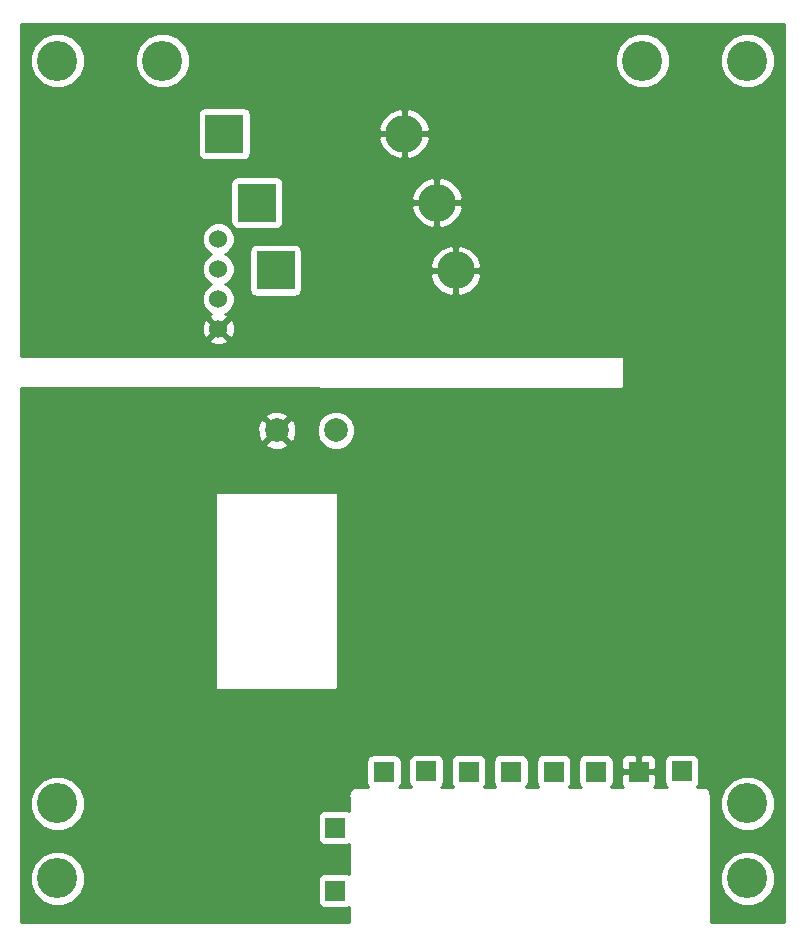
<source format=gbr>
G04 #@! TF.GenerationSoftware,KiCad,Pcbnew,5.0.2+dfsg1-1~bpo9+1*
G04 #@! TF.CreationDate,2019-02-15T21:28:05-06:00*
G04 #@! TF.ProjectId,CommunicationBoard,436f6d6d-756e-4696-9361-74696f6e426f,rev?*
G04 #@! TF.SameCoordinates,Original*
G04 #@! TF.FileFunction,Copper,L2,Bot*
G04 #@! TF.FilePolarity,Positive*
%FSLAX46Y46*%
G04 Gerber Fmt 4.6, Leading zero omitted, Abs format (unit mm)*
G04 Created by KiCad (PCBNEW 5.0.2+dfsg1-1~bpo9+1) date vie 15 feb 2019 21:28:05 CST*
%MOMM*%
%LPD*%
G01*
G04 APERTURE LIST*
G04 #@! TA.AperFunction,ComponentPad*
%ADD10C,1.524000*%
G04 #@! TD*
G04 #@! TA.AperFunction,ComponentPad*
%ADD11R,1.700000X1.700000*%
G04 #@! TD*
G04 #@! TA.AperFunction,ComponentPad*
%ADD12C,2.000000*%
G04 #@! TD*
G04 #@! TA.AperFunction,ComponentPad*
%ADD13R,3.200000X3.200000*%
G04 #@! TD*
G04 #@! TA.AperFunction,ComponentPad*
%ADD14O,3.200000X3.200000*%
G04 #@! TD*
G04 #@! TA.AperFunction,ViaPad*
%ADD15C,3.400000*%
G04 #@! TD*
G04 #@! TA.AperFunction,ViaPad*
%ADD16C,1.270000*%
G04 #@! TD*
G04 #@! TA.AperFunction,Conductor*
%ADD17C,0.254000*%
G04 #@! TD*
G04 APERTURE END LIST*
D10*
G04 #@! TO.P,U1,4*
G04 #@! TO.N,Net-(D1-Pad1)*
X107607100Y-88747600D03*
G04 #@! TO.P,U1,3*
G04 #@! TO.N,Net-(D2-Pad1)*
X107607100Y-91287600D03*
G04 #@! TO.P,U1,2*
G04 #@! TO.N,+3V3*
X107607100Y-93827600D03*
G04 #@! TO.P,U1,1*
G04 #@! TO.N,GND*
X107607100Y-96367600D03*
G04 #@! TD*
D11*
G04 #@! TO.P,J6,1*
G04 #@! TO.N,Net-(IC1-Pad6)*
X125209300Y-133832600D03*
G04 #@! TD*
G04 #@! TO.P,J1,1*
G04 #@! TO.N,+3V3*
X146850100Y-133819900D03*
G04 #@! TD*
G04 #@! TO.P,J2,1*
G04 #@! TO.N,GND*
X143192500Y-133845300D03*
G04 #@! TD*
G04 #@! TO.P,J3,1*
G04 #@! TO.N,Net-(D1-Pad1)*
X117513100Y-138595100D03*
G04 #@! TD*
G04 #@! TO.P,J4,1*
G04 #@! TO.N,Net-(D2-Pad1)*
X117513100Y-143929100D03*
G04 #@! TD*
G04 #@! TO.P,J5,1*
G04 #@! TO.N,Net-(IC1-Pad5)*
X121627900Y-133858000D03*
G04 #@! TD*
G04 #@! TO.P,J7,1*
G04 #@! TO.N,Net-(IC1-Pad7)*
X128803400Y-133845300D03*
G04 #@! TD*
G04 #@! TO.P,J8,1*
G04 #@! TO.N,Net-(IC1-Pad8)*
X132384800Y-133845300D03*
G04 #@! TD*
G04 #@! TO.P,J9,1*
G04 #@! TO.N,Net-(IC1-Pad18)*
X139585700Y-133845300D03*
G04 #@! TD*
G04 #@! TO.P,J10,1*
G04 #@! TO.N,Net-(IC1-Pad14)*
X136004300Y-133845300D03*
G04 #@! TD*
D12*
G04 #@! TO.P,C1,1*
G04 #@! TO.N,+3V3*
X117563900Y-104965500D03*
G04 #@! TO.P,C1,2*
G04 #@! TO.N,GND*
X112563900Y-104965500D03*
G04 #@! TD*
D13*
G04 #@! TO.P,D1,1*
G04 #@! TO.N,Net-(D1-Pad1)*
X108115100Y-79832200D03*
D14*
G04 #@! TO.P,D1,2*
G04 #@! TO.N,GND*
X123355100Y-79832200D03*
G04 #@! TD*
G04 #@! TO.P,D2,2*
G04 #@! TO.N,GND*
X126123700Y-85674200D03*
D13*
G04 #@! TO.P,D2,1*
G04 #@! TO.N,Net-(D2-Pad1)*
X110883700Y-85674200D03*
G04 #@! TD*
G04 #@! TO.P,D3,1*
G04 #@! TO.N,+3V3*
X112458500Y-91414600D03*
D14*
G04 #@! TO.P,D3,2*
G04 #@! TO.N,GND*
X127698500Y-91414600D03*
G04 #@! TD*
D15*
G04 #@! TO.N,*
X152400000Y-136525000D03*
X152400000Y-142875000D03*
X152400000Y-73660000D03*
X143510000Y-73660000D03*
X102870000Y-73660000D03*
X93980000Y-73660000D03*
X93980000Y-136525000D03*
X93980000Y-142875000D03*
D16*
G04 #@! TO.N,GND*
X118300500Y-108572300D03*
G04 #@! TD*
D17*
G04 #@! TO.N,GND*
G36*
X155500001Y-146585000D02*
X149325000Y-146585000D01*
X149325000Y-142410540D01*
X150065000Y-142410540D01*
X150065000Y-143339460D01*
X150420483Y-144197671D01*
X151077329Y-144854517D01*
X151935540Y-145210000D01*
X152864460Y-145210000D01*
X153722671Y-144854517D01*
X154379517Y-144197671D01*
X154735000Y-143339460D01*
X154735000Y-142410540D01*
X154379517Y-141552329D01*
X153722671Y-140895483D01*
X152864460Y-140540000D01*
X151935540Y-140540000D01*
X151077329Y-140895483D01*
X150420483Y-141552329D01*
X150065000Y-142410540D01*
X149325000Y-142410540D01*
X149325000Y-136060540D01*
X150065000Y-136060540D01*
X150065000Y-136989460D01*
X150420483Y-137847671D01*
X151077329Y-138504517D01*
X151935540Y-138860000D01*
X152864460Y-138860000D01*
X153722671Y-138504517D01*
X154379517Y-137847671D01*
X154735000Y-136989460D01*
X154735000Y-136060540D01*
X154379517Y-135202329D01*
X153722671Y-134545483D01*
X152864460Y-134190000D01*
X151935540Y-134190000D01*
X151077329Y-134545483D01*
X150420483Y-135202329D01*
X150065000Y-136060540D01*
X149325000Y-136060540D01*
X149325000Y-135962388D01*
X149339399Y-135890000D01*
X149282354Y-135603217D01*
X149119905Y-135360095D01*
X148876783Y-135197646D01*
X148662388Y-135155000D01*
X148590000Y-135140601D01*
X148517612Y-135155000D01*
X148117065Y-135155000D01*
X148157909Y-135127709D01*
X148298257Y-134917665D01*
X148347540Y-134669900D01*
X148347540Y-132969900D01*
X148298257Y-132722135D01*
X148157909Y-132512091D01*
X147947865Y-132371743D01*
X147700100Y-132322460D01*
X146000100Y-132322460D01*
X145752335Y-132371743D01*
X145542291Y-132512091D01*
X145401943Y-132722135D01*
X145352660Y-132969900D01*
X145352660Y-134669900D01*
X145401943Y-134917665D01*
X145542291Y-135127709D01*
X145583135Y-135155000D01*
X144480825Y-135155000D01*
X144580827Y-135054999D01*
X144677500Y-134821610D01*
X144677500Y-134131050D01*
X144518750Y-133972300D01*
X143319500Y-133972300D01*
X143319500Y-133992300D01*
X143065500Y-133992300D01*
X143065500Y-133972300D01*
X141866250Y-133972300D01*
X141707500Y-134131050D01*
X141707500Y-134821610D01*
X141804173Y-135054999D01*
X141904175Y-135155000D01*
X140890679Y-135155000D01*
X140893509Y-135153109D01*
X141033857Y-134943065D01*
X141083140Y-134695300D01*
X141083140Y-132995300D01*
X141058016Y-132868990D01*
X141707500Y-132868990D01*
X141707500Y-133559550D01*
X141866250Y-133718300D01*
X143065500Y-133718300D01*
X143065500Y-132519050D01*
X143319500Y-132519050D01*
X143319500Y-133718300D01*
X144518750Y-133718300D01*
X144677500Y-133559550D01*
X144677500Y-132868990D01*
X144580827Y-132635601D01*
X144402198Y-132456973D01*
X144168809Y-132360300D01*
X143478250Y-132360300D01*
X143319500Y-132519050D01*
X143065500Y-132519050D01*
X142906750Y-132360300D01*
X142216191Y-132360300D01*
X141982802Y-132456973D01*
X141804173Y-132635601D01*
X141707500Y-132868990D01*
X141058016Y-132868990D01*
X141033857Y-132747535D01*
X140893509Y-132537491D01*
X140683465Y-132397143D01*
X140435700Y-132347860D01*
X138735700Y-132347860D01*
X138487935Y-132397143D01*
X138277891Y-132537491D01*
X138137543Y-132747535D01*
X138088260Y-132995300D01*
X138088260Y-134695300D01*
X138137543Y-134943065D01*
X138277891Y-135153109D01*
X138280721Y-135155000D01*
X137309279Y-135155000D01*
X137312109Y-135153109D01*
X137452457Y-134943065D01*
X137501740Y-134695300D01*
X137501740Y-132995300D01*
X137452457Y-132747535D01*
X137312109Y-132537491D01*
X137102065Y-132397143D01*
X136854300Y-132347860D01*
X135154300Y-132347860D01*
X134906535Y-132397143D01*
X134696491Y-132537491D01*
X134556143Y-132747535D01*
X134506860Y-132995300D01*
X134506860Y-134695300D01*
X134556143Y-134943065D01*
X134696491Y-135153109D01*
X134699321Y-135155000D01*
X133689779Y-135155000D01*
X133692609Y-135153109D01*
X133832957Y-134943065D01*
X133882240Y-134695300D01*
X133882240Y-132995300D01*
X133832957Y-132747535D01*
X133692609Y-132537491D01*
X133482565Y-132397143D01*
X133234800Y-132347860D01*
X131534800Y-132347860D01*
X131287035Y-132397143D01*
X131076991Y-132537491D01*
X130936643Y-132747535D01*
X130887360Y-132995300D01*
X130887360Y-134695300D01*
X130936643Y-134943065D01*
X131076991Y-135153109D01*
X131079821Y-135155000D01*
X130108379Y-135155000D01*
X130111209Y-135153109D01*
X130251557Y-134943065D01*
X130300840Y-134695300D01*
X130300840Y-132995300D01*
X130251557Y-132747535D01*
X130111209Y-132537491D01*
X129901165Y-132397143D01*
X129653400Y-132347860D01*
X127953400Y-132347860D01*
X127705635Y-132397143D01*
X127495591Y-132537491D01*
X127355243Y-132747535D01*
X127305960Y-132995300D01*
X127305960Y-134695300D01*
X127355243Y-134943065D01*
X127495591Y-135153109D01*
X127498421Y-135155000D01*
X126495272Y-135155000D01*
X126517109Y-135140409D01*
X126657457Y-134930365D01*
X126706740Y-134682600D01*
X126706740Y-132982600D01*
X126657457Y-132734835D01*
X126517109Y-132524791D01*
X126307065Y-132384443D01*
X126059300Y-132335160D01*
X124359300Y-132335160D01*
X124111535Y-132384443D01*
X123901491Y-132524791D01*
X123761143Y-132734835D01*
X123711860Y-132982600D01*
X123711860Y-134682600D01*
X123761143Y-134930365D01*
X123901491Y-135140409D01*
X123923328Y-135155000D01*
X122942931Y-135155000D01*
X123076057Y-134955765D01*
X123125340Y-134708000D01*
X123125340Y-133008000D01*
X123076057Y-132760235D01*
X122935709Y-132550191D01*
X122725665Y-132409843D01*
X122477900Y-132360560D01*
X120777900Y-132360560D01*
X120530135Y-132409843D01*
X120320091Y-132550191D01*
X120179743Y-132760235D01*
X120130460Y-133008000D01*
X120130460Y-134708000D01*
X120179743Y-134955765D01*
X120312869Y-135155000D01*
X119452388Y-135155000D01*
X119380000Y-135140601D01*
X119307612Y-135155000D01*
X119093217Y-135197646D01*
X118850095Y-135360095D01*
X118687646Y-135603217D01*
X118630601Y-135890000D01*
X118645000Y-135962388D01*
X118645000Y-137169752D01*
X118610865Y-137146943D01*
X118363100Y-137097660D01*
X116663100Y-137097660D01*
X116415335Y-137146943D01*
X116205291Y-137287291D01*
X116064943Y-137497335D01*
X116015660Y-137745100D01*
X116015660Y-139445100D01*
X116064943Y-139692865D01*
X116205291Y-139902909D01*
X116415335Y-140043257D01*
X116663100Y-140092540D01*
X118363100Y-140092540D01*
X118610865Y-140043257D01*
X118645000Y-140020448D01*
X118645001Y-142503752D01*
X118610865Y-142480943D01*
X118363100Y-142431660D01*
X116663100Y-142431660D01*
X116415335Y-142480943D01*
X116205291Y-142621291D01*
X116064943Y-142831335D01*
X116015660Y-143079100D01*
X116015660Y-144779100D01*
X116064943Y-145026865D01*
X116205291Y-145236909D01*
X116415335Y-145377257D01*
X116663100Y-145426540D01*
X118363100Y-145426540D01*
X118610865Y-145377257D01*
X118645001Y-145354448D01*
X118645001Y-146585000D01*
X90880000Y-146585000D01*
X90880000Y-142410540D01*
X91645000Y-142410540D01*
X91645000Y-143339460D01*
X92000483Y-144197671D01*
X92657329Y-144854517D01*
X93515540Y-145210000D01*
X94444460Y-145210000D01*
X95302671Y-144854517D01*
X95959517Y-144197671D01*
X96315000Y-143339460D01*
X96315000Y-142410540D01*
X95959517Y-141552329D01*
X95302671Y-140895483D01*
X94444460Y-140540000D01*
X93515540Y-140540000D01*
X92657329Y-140895483D01*
X92000483Y-141552329D01*
X91645000Y-142410540D01*
X90880000Y-142410540D01*
X90880000Y-136060540D01*
X91645000Y-136060540D01*
X91645000Y-136989460D01*
X92000483Y-137847671D01*
X92657329Y-138504517D01*
X93515540Y-138860000D01*
X94444460Y-138860000D01*
X95302671Y-138504517D01*
X95959517Y-137847671D01*
X96315000Y-136989460D01*
X96315000Y-136060540D01*
X95959517Y-135202329D01*
X95302671Y-134545483D01*
X94444460Y-134190000D01*
X93515540Y-134190000D01*
X92657329Y-134545483D01*
X92000483Y-135202329D01*
X91645000Y-136060540D01*
X90880000Y-136060540D01*
X90880000Y-110266878D01*
X107327700Y-110266878D01*
X107327700Y-126776878D01*
X107337367Y-126825479D01*
X107364897Y-126866681D01*
X107406099Y-126894211D01*
X107454700Y-126903878D01*
X117614700Y-126903878D01*
X117663301Y-126894211D01*
X117704503Y-126866681D01*
X117732033Y-126825479D01*
X117741700Y-126776878D01*
X117741700Y-110266878D01*
X117732033Y-110218277D01*
X117704503Y-110177075D01*
X117663301Y-110149545D01*
X117614700Y-110139878D01*
X107454700Y-110139878D01*
X107406099Y-110149545D01*
X107364897Y-110177075D01*
X107337367Y-110218277D01*
X107327700Y-110266878D01*
X90880000Y-110266878D01*
X90880000Y-106118032D01*
X111590973Y-106118032D01*
X111689636Y-106384887D01*
X112299361Y-106611408D01*
X112949360Y-106587356D01*
X113438164Y-106384887D01*
X113536827Y-106118032D01*
X112563900Y-105145105D01*
X111590973Y-106118032D01*
X90880000Y-106118032D01*
X90880000Y-104700961D01*
X110917992Y-104700961D01*
X110942044Y-105350960D01*
X111144513Y-105839764D01*
X111411368Y-105938427D01*
X112384295Y-104965500D01*
X112743505Y-104965500D01*
X113716432Y-105938427D01*
X113983287Y-105839764D01*
X114209808Y-105230039D01*
X114187985Y-104640278D01*
X115928900Y-104640278D01*
X115928900Y-105290722D01*
X116177814Y-105891653D01*
X116637747Y-106351586D01*
X117238678Y-106600500D01*
X117889122Y-106600500D01*
X118490053Y-106351586D01*
X118949986Y-105891653D01*
X119198900Y-105290722D01*
X119198900Y-104640278D01*
X118949986Y-104039347D01*
X118490053Y-103579414D01*
X117889122Y-103330500D01*
X117238678Y-103330500D01*
X116637747Y-103579414D01*
X116177814Y-104039347D01*
X115928900Y-104640278D01*
X114187985Y-104640278D01*
X114185756Y-104580040D01*
X113983287Y-104091236D01*
X113716432Y-103992573D01*
X112743505Y-104965500D01*
X112384295Y-104965500D01*
X111411368Y-103992573D01*
X111144513Y-104091236D01*
X110917992Y-104700961D01*
X90880000Y-104700961D01*
X90880000Y-103812968D01*
X111590973Y-103812968D01*
X112563900Y-104785895D01*
X113536827Y-103812968D01*
X113438164Y-103546113D01*
X112828439Y-103319592D01*
X112178440Y-103343644D01*
X111689636Y-103546113D01*
X111590973Y-103812968D01*
X90880000Y-103812968D01*
X90880000Y-101334501D01*
X141807981Y-101422200D01*
X141856208Y-101412777D01*
X141897548Y-101385455D01*
X141925286Y-101344393D01*
X141935198Y-101295841D01*
X141947898Y-98781241D01*
X141938221Y-98731970D01*
X141910680Y-98690775D01*
X141869472Y-98663255D01*
X141820869Y-98653600D01*
X90880000Y-98666132D01*
X90880000Y-97347813D01*
X106806492Y-97347813D01*
X106875957Y-97589997D01*
X107399402Y-97776744D01*
X107954468Y-97748962D01*
X108338243Y-97589997D01*
X108407708Y-97347813D01*
X107607100Y-96547205D01*
X106806492Y-97347813D01*
X90880000Y-97347813D01*
X90880000Y-96159902D01*
X106197956Y-96159902D01*
X106225738Y-96714968D01*
X106384703Y-97098743D01*
X106626887Y-97168208D01*
X107427495Y-96367600D01*
X107786705Y-96367600D01*
X108587313Y-97168208D01*
X108829497Y-97098743D01*
X109016244Y-96575298D01*
X108988462Y-96020232D01*
X108829497Y-95636457D01*
X108587313Y-95566992D01*
X107786705Y-96367600D01*
X107427495Y-96367600D01*
X106626887Y-95566992D01*
X106384703Y-95636457D01*
X106197956Y-96159902D01*
X90880000Y-96159902D01*
X90880000Y-88469719D01*
X106210100Y-88469719D01*
X106210100Y-89025481D01*
X106422780Y-89538937D01*
X106815763Y-89931920D01*
X107022613Y-90017600D01*
X106815763Y-90103280D01*
X106422780Y-90496263D01*
X106210100Y-91009719D01*
X106210100Y-91565481D01*
X106422780Y-92078937D01*
X106815763Y-92471920D01*
X107022613Y-92557600D01*
X106815763Y-92643280D01*
X106422780Y-93036263D01*
X106210100Y-93549719D01*
X106210100Y-94105481D01*
X106422780Y-94618937D01*
X106815763Y-95011920D01*
X107006747Y-95091028D01*
X106875957Y-95145203D01*
X106806492Y-95387387D01*
X107607100Y-96187995D01*
X108407708Y-95387387D01*
X108338243Y-95145203D01*
X108197707Y-95095065D01*
X108398437Y-95011920D01*
X108791420Y-94618937D01*
X109004100Y-94105481D01*
X109004100Y-93549719D01*
X108791420Y-93036263D01*
X108398437Y-92643280D01*
X108191587Y-92557600D01*
X108398437Y-92471920D01*
X108791420Y-92078937D01*
X109004100Y-91565481D01*
X109004100Y-91009719D01*
X108791420Y-90496263D01*
X108398437Y-90103280D01*
X108191587Y-90017600D01*
X108398437Y-89931920D01*
X108515757Y-89814600D01*
X110211060Y-89814600D01*
X110211060Y-93014600D01*
X110260343Y-93262365D01*
X110400691Y-93472409D01*
X110610735Y-93612757D01*
X110858500Y-93662040D01*
X114058500Y-93662040D01*
X114306265Y-93612757D01*
X114516309Y-93472409D01*
X114656657Y-93262365D01*
X114705940Y-93014600D01*
X114705940Y-91889103D01*
X125514450Y-91889103D01*
X125818614Y-92623436D01*
X126424313Y-93250820D01*
X127223996Y-93598656D01*
X127571500Y-93487245D01*
X127571500Y-91541600D01*
X127825500Y-91541600D01*
X127825500Y-93487245D01*
X128173004Y-93598656D01*
X128972687Y-93250820D01*
X129578386Y-92623436D01*
X129882550Y-91889103D01*
X129770862Y-91541600D01*
X127825500Y-91541600D01*
X127571500Y-91541600D01*
X125626138Y-91541600D01*
X125514450Y-91889103D01*
X114705940Y-91889103D01*
X114705940Y-90940097D01*
X125514450Y-90940097D01*
X125626138Y-91287600D01*
X127571500Y-91287600D01*
X127571500Y-89341955D01*
X127825500Y-89341955D01*
X127825500Y-91287600D01*
X129770862Y-91287600D01*
X129882550Y-90940097D01*
X129578386Y-90205764D01*
X128972687Y-89578380D01*
X128173004Y-89230544D01*
X127825500Y-89341955D01*
X127571500Y-89341955D01*
X127223996Y-89230544D01*
X126424313Y-89578380D01*
X125818614Y-90205764D01*
X125514450Y-90940097D01*
X114705940Y-90940097D01*
X114705940Y-89814600D01*
X114656657Y-89566835D01*
X114516309Y-89356791D01*
X114306265Y-89216443D01*
X114058500Y-89167160D01*
X110858500Y-89167160D01*
X110610735Y-89216443D01*
X110400691Y-89356791D01*
X110260343Y-89566835D01*
X110211060Y-89814600D01*
X108515757Y-89814600D01*
X108791420Y-89538937D01*
X109004100Y-89025481D01*
X109004100Y-88469719D01*
X108791420Y-87956263D01*
X108398437Y-87563280D01*
X107884981Y-87350600D01*
X107329219Y-87350600D01*
X106815763Y-87563280D01*
X106422780Y-87956263D01*
X106210100Y-88469719D01*
X90880000Y-88469719D01*
X90880000Y-84074200D01*
X108636260Y-84074200D01*
X108636260Y-87274200D01*
X108685543Y-87521965D01*
X108825891Y-87732009D01*
X109035935Y-87872357D01*
X109283700Y-87921640D01*
X112483700Y-87921640D01*
X112731465Y-87872357D01*
X112941509Y-87732009D01*
X113081857Y-87521965D01*
X113131140Y-87274200D01*
X113131140Y-86148703D01*
X123939650Y-86148703D01*
X124243814Y-86883036D01*
X124849513Y-87510420D01*
X125649196Y-87858256D01*
X125996700Y-87746845D01*
X125996700Y-85801200D01*
X126250700Y-85801200D01*
X126250700Y-87746845D01*
X126598204Y-87858256D01*
X127397887Y-87510420D01*
X128003586Y-86883036D01*
X128307750Y-86148703D01*
X128196062Y-85801200D01*
X126250700Y-85801200D01*
X125996700Y-85801200D01*
X124051338Y-85801200D01*
X123939650Y-86148703D01*
X113131140Y-86148703D01*
X113131140Y-85199697D01*
X123939650Y-85199697D01*
X124051338Y-85547200D01*
X125996700Y-85547200D01*
X125996700Y-83601555D01*
X126250700Y-83601555D01*
X126250700Y-85547200D01*
X128196062Y-85547200D01*
X128307750Y-85199697D01*
X128003586Y-84465364D01*
X127397887Y-83837980D01*
X126598204Y-83490144D01*
X126250700Y-83601555D01*
X125996700Y-83601555D01*
X125649196Y-83490144D01*
X124849513Y-83837980D01*
X124243814Y-84465364D01*
X123939650Y-85199697D01*
X113131140Y-85199697D01*
X113131140Y-84074200D01*
X113081857Y-83826435D01*
X112941509Y-83616391D01*
X112731465Y-83476043D01*
X112483700Y-83426760D01*
X109283700Y-83426760D01*
X109035935Y-83476043D01*
X108825891Y-83616391D01*
X108685543Y-83826435D01*
X108636260Y-84074200D01*
X90880000Y-84074200D01*
X90880000Y-78232200D01*
X105867660Y-78232200D01*
X105867660Y-81432200D01*
X105916943Y-81679965D01*
X106057291Y-81890009D01*
X106267335Y-82030357D01*
X106515100Y-82079640D01*
X109715100Y-82079640D01*
X109962865Y-82030357D01*
X110172909Y-81890009D01*
X110313257Y-81679965D01*
X110362540Y-81432200D01*
X110362540Y-80306703D01*
X121171050Y-80306703D01*
X121475214Y-81041036D01*
X122080913Y-81668420D01*
X122880596Y-82016256D01*
X123228100Y-81904845D01*
X123228100Y-79959200D01*
X123482100Y-79959200D01*
X123482100Y-81904845D01*
X123829604Y-82016256D01*
X124629287Y-81668420D01*
X125234986Y-81041036D01*
X125539150Y-80306703D01*
X125427462Y-79959200D01*
X123482100Y-79959200D01*
X123228100Y-79959200D01*
X121282738Y-79959200D01*
X121171050Y-80306703D01*
X110362540Y-80306703D01*
X110362540Y-79357697D01*
X121171050Y-79357697D01*
X121282738Y-79705200D01*
X123228100Y-79705200D01*
X123228100Y-77759555D01*
X123482100Y-77759555D01*
X123482100Y-79705200D01*
X125427462Y-79705200D01*
X125539150Y-79357697D01*
X125234986Y-78623364D01*
X124629287Y-77995980D01*
X123829604Y-77648144D01*
X123482100Y-77759555D01*
X123228100Y-77759555D01*
X122880596Y-77648144D01*
X122080913Y-77995980D01*
X121475214Y-78623364D01*
X121171050Y-79357697D01*
X110362540Y-79357697D01*
X110362540Y-78232200D01*
X110313257Y-77984435D01*
X110172909Y-77774391D01*
X109962865Y-77634043D01*
X109715100Y-77584760D01*
X106515100Y-77584760D01*
X106267335Y-77634043D01*
X106057291Y-77774391D01*
X105916943Y-77984435D01*
X105867660Y-78232200D01*
X90880000Y-78232200D01*
X90880000Y-73195540D01*
X91645000Y-73195540D01*
X91645000Y-74124460D01*
X92000483Y-74982671D01*
X92657329Y-75639517D01*
X93515540Y-75995000D01*
X94444460Y-75995000D01*
X95302671Y-75639517D01*
X95959517Y-74982671D01*
X96315000Y-74124460D01*
X96315000Y-73195540D01*
X100535000Y-73195540D01*
X100535000Y-74124460D01*
X100890483Y-74982671D01*
X101547329Y-75639517D01*
X102405540Y-75995000D01*
X103334460Y-75995000D01*
X104192671Y-75639517D01*
X104849517Y-74982671D01*
X105205000Y-74124460D01*
X105205000Y-73195540D01*
X141175000Y-73195540D01*
X141175000Y-74124460D01*
X141530483Y-74982671D01*
X142187329Y-75639517D01*
X143045540Y-75995000D01*
X143974460Y-75995000D01*
X144832671Y-75639517D01*
X145489517Y-74982671D01*
X145845000Y-74124460D01*
X145845000Y-73195540D01*
X150065000Y-73195540D01*
X150065000Y-74124460D01*
X150420483Y-74982671D01*
X151077329Y-75639517D01*
X151935540Y-75995000D01*
X152864460Y-75995000D01*
X153722671Y-75639517D01*
X154379517Y-74982671D01*
X154735000Y-74124460D01*
X154735000Y-73195540D01*
X154379517Y-72337329D01*
X153722671Y-71680483D01*
X152864460Y-71325000D01*
X151935540Y-71325000D01*
X151077329Y-71680483D01*
X150420483Y-72337329D01*
X150065000Y-73195540D01*
X145845000Y-73195540D01*
X145489517Y-72337329D01*
X144832671Y-71680483D01*
X143974460Y-71325000D01*
X143045540Y-71325000D01*
X142187329Y-71680483D01*
X141530483Y-72337329D01*
X141175000Y-73195540D01*
X105205000Y-73195540D01*
X104849517Y-72337329D01*
X104192671Y-71680483D01*
X103334460Y-71325000D01*
X102405540Y-71325000D01*
X101547329Y-71680483D01*
X100890483Y-72337329D01*
X100535000Y-73195540D01*
X96315000Y-73195540D01*
X95959517Y-72337329D01*
X95302671Y-71680483D01*
X94444460Y-71325000D01*
X93515540Y-71325000D01*
X92657329Y-71680483D01*
X92000483Y-72337329D01*
X91645000Y-73195540D01*
X90880000Y-73195540D01*
X90880000Y-70560000D01*
X155500000Y-70560000D01*
X155500001Y-146585000D01*
X155500001Y-146585000D01*
G37*
X155500001Y-146585000D02*
X149325000Y-146585000D01*
X149325000Y-142410540D01*
X150065000Y-142410540D01*
X150065000Y-143339460D01*
X150420483Y-144197671D01*
X151077329Y-144854517D01*
X151935540Y-145210000D01*
X152864460Y-145210000D01*
X153722671Y-144854517D01*
X154379517Y-144197671D01*
X154735000Y-143339460D01*
X154735000Y-142410540D01*
X154379517Y-141552329D01*
X153722671Y-140895483D01*
X152864460Y-140540000D01*
X151935540Y-140540000D01*
X151077329Y-140895483D01*
X150420483Y-141552329D01*
X150065000Y-142410540D01*
X149325000Y-142410540D01*
X149325000Y-136060540D01*
X150065000Y-136060540D01*
X150065000Y-136989460D01*
X150420483Y-137847671D01*
X151077329Y-138504517D01*
X151935540Y-138860000D01*
X152864460Y-138860000D01*
X153722671Y-138504517D01*
X154379517Y-137847671D01*
X154735000Y-136989460D01*
X154735000Y-136060540D01*
X154379517Y-135202329D01*
X153722671Y-134545483D01*
X152864460Y-134190000D01*
X151935540Y-134190000D01*
X151077329Y-134545483D01*
X150420483Y-135202329D01*
X150065000Y-136060540D01*
X149325000Y-136060540D01*
X149325000Y-135962388D01*
X149339399Y-135890000D01*
X149282354Y-135603217D01*
X149119905Y-135360095D01*
X148876783Y-135197646D01*
X148662388Y-135155000D01*
X148590000Y-135140601D01*
X148517612Y-135155000D01*
X148117065Y-135155000D01*
X148157909Y-135127709D01*
X148298257Y-134917665D01*
X148347540Y-134669900D01*
X148347540Y-132969900D01*
X148298257Y-132722135D01*
X148157909Y-132512091D01*
X147947865Y-132371743D01*
X147700100Y-132322460D01*
X146000100Y-132322460D01*
X145752335Y-132371743D01*
X145542291Y-132512091D01*
X145401943Y-132722135D01*
X145352660Y-132969900D01*
X145352660Y-134669900D01*
X145401943Y-134917665D01*
X145542291Y-135127709D01*
X145583135Y-135155000D01*
X144480825Y-135155000D01*
X144580827Y-135054999D01*
X144677500Y-134821610D01*
X144677500Y-134131050D01*
X144518750Y-133972300D01*
X143319500Y-133972300D01*
X143319500Y-133992300D01*
X143065500Y-133992300D01*
X143065500Y-133972300D01*
X141866250Y-133972300D01*
X141707500Y-134131050D01*
X141707500Y-134821610D01*
X141804173Y-135054999D01*
X141904175Y-135155000D01*
X140890679Y-135155000D01*
X140893509Y-135153109D01*
X141033857Y-134943065D01*
X141083140Y-134695300D01*
X141083140Y-132995300D01*
X141058016Y-132868990D01*
X141707500Y-132868990D01*
X141707500Y-133559550D01*
X141866250Y-133718300D01*
X143065500Y-133718300D01*
X143065500Y-132519050D01*
X143319500Y-132519050D01*
X143319500Y-133718300D01*
X144518750Y-133718300D01*
X144677500Y-133559550D01*
X144677500Y-132868990D01*
X144580827Y-132635601D01*
X144402198Y-132456973D01*
X144168809Y-132360300D01*
X143478250Y-132360300D01*
X143319500Y-132519050D01*
X143065500Y-132519050D01*
X142906750Y-132360300D01*
X142216191Y-132360300D01*
X141982802Y-132456973D01*
X141804173Y-132635601D01*
X141707500Y-132868990D01*
X141058016Y-132868990D01*
X141033857Y-132747535D01*
X140893509Y-132537491D01*
X140683465Y-132397143D01*
X140435700Y-132347860D01*
X138735700Y-132347860D01*
X138487935Y-132397143D01*
X138277891Y-132537491D01*
X138137543Y-132747535D01*
X138088260Y-132995300D01*
X138088260Y-134695300D01*
X138137543Y-134943065D01*
X138277891Y-135153109D01*
X138280721Y-135155000D01*
X137309279Y-135155000D01*
X137312109Y-135153109D01*
X137452457Y-134943065D01*
X137501740Y-134695300D01*
X137501740Y-132995300D01*
X137452457Y-132747535D01*
X137312109Y-132537491D01*
X137102065Y-132397143D01*
X136854300Y-132347860D01*
X135154300Y-132347860D01*
X134906535Y-132397143D01*
X134696491Y-132537491D01*
X134556143Y-132747535D01*
X134506860Y-132995300D01*
X134506860Y-134695300D01*
X134556143Y-134943065D01*
X134696491Y-135153109D01*
X134699321Y-135155000D01*
X133689779Y-135155000D01*
X133692609Y-135153109D01*
X133832957Y-134943065D01*
X133882240Y-134695300D01*
X133882240Y-132995300D01*
X133832957Y-132747535D01*
X133692609Y-132537491D01*
X133482565Y-132397143D01*
X133234800Y-132347860D01*
X131534800Y-132347860D01*
X131287035Y-132397143D01*
X131076991Y-132537491D01*
X130936643Y-132747535D01*
X130887360Y-132995300D01*
X130887360Y-134695300D01*
X130936643Y-134943065D01*
X131076991Y-135153109D01*
X131079821Y-135155000D01*
X130108379Y-135155000D01*
X130111209Y-135153109D01*
X130251557Y-134943065D01*
X130300840Y-134695300D01*
X130300840Y-132995300D01*
X130251557Y-132747535D01*
X130111209Y-132537491D01*
X129901165Y-132397143D01*
X129653400Y-132347860D01*
X127953400Y-132347860D01*
X127705635Y-132397143D01*
X127495591Y-132537491D01*
X127355243Y-132747535D01*
X127305960Y-132995300D01*
X127305960Y-134695300D01*
X127355243Y-134943065D01*
X127495591Y-135153109D01*
X127498421Y-135155000D01*
X126495272Y-135155000D01*
X126517109Y-135140409D01*
X126657457Y-134930365D01*
X126706740Y-134682600D01*
X126706740Y-132982600D01*
X126657457Y-132734835D01*
X126517109Y-132524791D01*
X126307065Y-132384443D01*
X126059300Y-132335160D01*
X124359300Y-132335160D01*
X124111535Y-132384443D01*
X123901491Y-132524791D01*
X123761143Y-132734835D01*
X123711860Y-132982600D01*
X123711860Y-134682600D01*
X123761143Y-134930365D01*
X123901491Y-135140409D01*
X123923328Y-135155000D01*
X122942931Y-135155000D01*
X123076057Y-134955765D01*
X123125340Y-134708000D01*
X123125340Y-133008000D01*
X123076057Y-132760235D01*
X122935709Y-132550191D01*
X122725665Y-132409843D01*
X122477900Y-132360560D01*
X120777900Y-132360560D01*
X120530135Y-132409843D01*
X120320091Y-132550191D01*
X120179743Y-132760235D01*
X120130460Y-133008000D01*
X120130460Y-134708000D01*
X120179743Y-134955765D01*
X120312869Y-135155000D01*
X119452388Y-135155000D01*
X119380000Y-135140601D01*
X119307612Y-135155000D01*
X119093217Y-135197646D01*
X118850095Y-135360095D01*
X118687646Y-135603217D01*
X118630601Y-135890000D01*
X118645000Y-135962388D01*
X118645000Y-137169752D01*
X118610865Y-137146943D01*
X118363100Y-137097660D01*
X116663100Y-137097660D01*
X116415335Y-137146943D01*
X116205291Y-137287291D01*
X116064943Y-137497335D01*
X116015660Y-137745100D01*
X116015660Y-139445100D01*
X116064943Y-139692865D01*
X116205291Y-139902909D01*
X116415335Y-140043257D01*
X116663100Y-140092540D01*
X118363100Y-140092540D01*
X118610865Y-140043257D01*
X118645000Y-140020448D01*
X118645001Y-142503752D01*
X118610865Y-142480943D01*
X118363100Y-142431660D01*
X116663100Y-142431660D01*
X116415335Y-142480943D01*
X116205291Y-142621291D01*
X116064943Y-142831335D01*
X116015660Y-143079100D01*
X116015660Y-144779100D01*
X116064943Y-145026865D01*
X116205291Y-145236909D01*
X116415335Y-145377257D01*
X116663100Y-145426540D01*
X118363100Y-145426540D01*
X118610865Y-145377257D01*
X118645001Y-145354448D01*
X118645001Y-146585000D01*
X90880000Y-146585000D01*
X90880000Y-142410540D01*
X91645000Y-142410540D01*
X91645000Y-143339460D01*
X92000483Y-144197671D01*
X92657329Y-144854517D01*
X93515540Y-145210000D01*
X94444460Y-145210000D01*
X95302671Y-144854517D01*
X95959517Y-144197671D01*
X96315000Y-143339460D01*
X96315000Y-142410540D01*
X95959517Y-141552329D01*
X95302671Y-140895483D01*
X94444460Y-140540000D01*
X93515540Y-140540000D01*
X92657329Y-140895483D01*
X92000483Y-141552329D01*
X91645000Y-142410540D01*
X90880000Y-142410540D01*
X90880000Y-136060540D01*
X91645000Y-136060540D01*
X91645000Y-136989460D01*
X92000483Y-137847671D01*
X92657329Y-138504517D01*
X93515540Y-138860000D01*
X94444460Y-138860000D01*
X95302671Y-138504517D01*
X95959517Y-137847671D01*
X96315000Y-136989460D01*
X96315000Y-136060540D01*
X95959517Y-135202329D01*
X95302671Y-134545483D01*
X94444460Y-134190000D01*
X93515540Y-134190000D01*
X92657329Y-134545483D01*
X92000483Y-135202329D01*
X91645000Y-136060540D01*
X90880000Y-136060540D01*
X90880000Y-110266878D01*
X107327700Y-110266878D01*
X107327700Y-126776878D01*
X107337367Y-126825479D01*
X107364897Y-126866681D01*
X107406099Y-126894211D01*
X107454700Y-126903878D01*
X117614700Y-126903878D01*
X117663301Y-126894211D01*
X117704503Y-126866681D01*
X117732033Y-126825479D01*
X117741700Y-126776878D01*
X117741700Y-110266878D01*
X117732033Y-110218277D01*
X117704503Y-110177075D01*
X117663301Y-110149545D01*
X117614700Y-110139878D01*
X107454700Y-110139878D01*
X107406099Y-110149545D01*
X107364897Y-110177075D01*
X107337367Y-110218277D01*
X107327700Y-110266878D01*
X90880000Y-110266878D01*
X90880000Y-106118032D01*
X111590973Y-106118032D01*
X111689636Y-106384887D01*
X112299361Y-106611408D01*
X112949360Y-106587356D01*
X113438164Y-106384887D01*
X113536827Y-106118032D01*
X112563900Y-105145105D01*
X111590973Y-106118032D01*
X90880000Y-106118032D01*
X90880000Y-104700961D01*
X110917992Y-104700961D01*
X110942044Y-105350960D01*
X111144513Y-105839764D01*
X111411368Y-105938427D01*
X112384295Y-104965500D01*
X112743505Y-104965500D01*
X113716432Y-105938427D01*
X113983287Y-105839764D01*
X114209808Y-105230039D01*
X114187985Y-104640278D01*
X115928900Y-104640278D01*
X115928900Y-105290722D01*
X116177814Y-105891653D01*
X116637747Y-106351586D01*
X117238678Y-106600500D01*
X117889122Y-106600500D01*
X118490053Y-106351586D01*
X118949986Y-105891653D01*
X119198900Y-105290722D01*
X119198900Y-104640278D01*
X118949986Y-104039347D01*
X118490053Y-103579414D01*
X117889122Y-103330500D01*
X117238678Y-103330500D01*
X116637747Y-103579414D01*
X116177814Y-104039347D01*
X115928900Y-104640278D01*
X114187985Y-104640278D01*
X114185756Y-104580040D01*
X113983287Y-104091236D01*
X113716432Y-103992573D01*
X112743505Y-104965500D01*
X112384295Y-104965500D01*
X111411368Y-103992573D01*
X111144513Y-104091236D01*
X110917992Y-104700961D01*
X90880000Y-104700961D01*
X90880000Y-103812968D01*
X111590973Y-103812968D01*
X112563900Y-104785895D01*
X113536827Y-103812968D01*
X113438164Y-103546113D01*
X112828439Y-103319592D01*
X112178440Y-103343644D01*
X111689636Y-103546113D01*
X111590973Y-103812968D01*
X90880000Y-103812968D01*
X90880000Y-101334501D01*
X141807981Y-101422200D01*
X141856208Y-101412777D01*
X141897548Y-101385455D01*
X141925286Y-101344393D01*
X141935198Y-101295841D01*
X141947898Y-98781241D01*
X141938221Y-98731970D01*
X141910680Y-98690775D01*
X141869472Y-98663255D01*
X141820869Y-98653600D01*
X90880000Y-98666132D01*
X90880000Y-97347813D01*
X106806492Y-97347813D01*
X106875957Y-97589997D01*
X107399402Y-97776744D01*
X107954468Y-97748962D01*
X108338243Y-97589997D01*
X108407708Y-97347813D01*
X107607100Y-96547205D01*
X106806492Y-97347813D01*
X90880000Y-97347813D01*
X90880000Y-96159902D01*
X106197956Y-96159902D01*
X106225738Y-96714968D01*
X106384703Y-97098743D01*
X106626887Y-97168208D01*
X107427495Y-96367600D01*
X107786705Y-96367600D01*
X108587313Y-97168208D01*
X108829497Y-97098743D01*
X109016244Y-96575298D01*
X108988462Y-96020232D01*
X108829497Y-95636457D01*
X108587313Y-95566992D01*
X107786705Y-96367600D01*
X107427495Y-96367600D01*
X106626887Y-95566992D01*
X106384703Y-95636457D01*
X106197956Y-96159902D01*
X90880000Y-96159902D01*
X90880000Y-88469719D01*
X106210100Y-88469719D01*
X106210100Y-89025481D01*
X106422780Y-89538937D01*
X106815763Y-89931920D01*
X107022613Y-90017600D01*
X106815763Y-90103280D01*
X106422780Y-90496263D01*
X106210100Y-91009719D01*
X106210100Y-91565481D01*
X106422780Y-92078937D01*
X106815763Y-92471920D01*
X107022613Y-92557600D01*
X106815763Y-92643280D01*
X106422780Y-93036263D01*
X106210100Y-93549719D01*
X106210100Y-94105481D01*
X106422780Y-94618937D01*
X106815763Y-95011920D01*
X107006747Y-95091028D01*
X106875957Y-95145203D01*
X106806492Y-95387387D01*
X107607100Y-96187995D01*
X108407708Y-95387387D01*
X108338243Y-95145203D01*
X108197707Y-95095065D01*
X108398437Y-95011920D01*
X108791420Y-94618937D01*
X109004100Y-94105481D01*
X109004100Y-93549719D01*
X108791420Y-93036263D01*
X108398437Y-92643280D01*
X108191587Y-92557600D01*
X108398437Y-92471920D01*
X108791420Y-92078937D01*
X109004100Y-91565481D01*
X109004100Y-91009719D01*
X108791420Y-90496263D01*
X108398437Y-90103280D01*
X108191587Y-90017600D01*
X108398437Y-89931920D01*
X108515757Y-89814600D01*
X110211060Y-89814600D01*
X110211060Y-93014600D01*
X110260343Y-93262365D01*
X110400691Y-93472409D01*
X110610735Y-93612757D01*
X110858500Y-93662040D01*
X114058500Y-93662040D01*
X114306265Y-93612757D01*
X114516309Y-93472409D01*
X114656657Y-93262365D01*
X114705940Y-93014600D01*
X114705940Y-91889103D01*
X125514450Y-91889103D01*
X125818614Y-92623436D01*
X126424313Y-93250820D01*
X127223996Y-93598656D01*
X127571500Y-93487245D01*
X127571500Y-91541600D01*
X127825500Y-91541600D01*
X127825500Y-93487245D01*
X128173004Y-93598656D01*
X128972687Y-93250820D01*
X129578386Y-92623436D01*
X129882550Y-91889103D01*
X129770862Y-91541600D01*
X127825500Y-91541600D01*
X127571500Y-91541600D01*
X125626138Y-91541600D01*
X125514450Y-91889103D01*
X114705940Y-91889103D01*
X114705940Y-90940097D01*
X125514450Y-90940097D01*
X125626138Y-91287600D01*
X127571500Y-91287600D01*
X127571500Y-89341955D01*
X127825500Y-89341955D01*
X127825500Y-91287600D01*
X129770862Y-91287600D01*
X129882550Y-90940097D01*
X129578386Y-90205764D01*
X128972687Y-89578380D01*
X128173004Y-89230544D01*
X127825500Y-89341955D01*
X127571500Y-89341955D01*
X127223996Y-89230544D01*
X126424313Y-89578380D01*
X125818614Y-90205764D01*
X125514450Y-90940097D01*
X114705940Y-90940097D01*
X114705940Y-89814600D01*
X114656657Y-89566835D01*
X114516309Y-89356791D01*
X114306265Y-89216443D01*
X114058500Y-89167160D01*
X110858500Y-89167160D01*
X110610735Y-89216443D01*
X110400691Y-89356791D01*
X110260343Y-89566835D01*
X110211060Y-89814600D01*
X108515757Y-89814600D01*
X108791420Y-89538937D01*
X109004100Y-89025481D01*
X109004100Y-88469719D01*
X108791420Y-87956263D01*
X108398437Y-87563280D01*
X107884981Y-87350600D01*
X107329219Y-87350600D01*
X106815763Y-87563280D01*
X106422780Y-87956263D01*
X106210100Y-88469719D01*
X90880000Y-88469719D01*
X90880000Y-84074200D01*
X108636260Y-84074200D01*
X108636260Y-87274200D01*
X108685543Y-87521965D01*
X108825891Y-87732009D01*
X109035935Y-87872357D01*
X109283700Y-87921640D01*
X112483700Y-87921640D01*
X112731465Y-87872357D01*
X112941509Y-87732009D01*
X113081857Y-87521965D01*
X113131140Y-87274200D01*
X113131140Y-86148703D01*
X123939650Y-86148703D01*
X124243814Y-86883036D01*
X124849513Y-87510420D01*
X125649196Y-87858256D01*
X125996700Y-87746845D01*
X125996700Y-85801200D01*
X126250700Y-85801200D01*
X126250700Y-87746845D01*
X126598204Y-87858256D01*
X127397887Y-87510420D01*
X128003586Y-86883036D01*
X128307750Y-86148703D01*
X128196062Y-85801200D01*
X126250700Y-85801200D01*
X125996700Y-85801200D01*
X124051338Y-85801200D01*
X123939650Y-86148703D01*
X113131140Y-86148703D01*
X113131140Y-85199697D01*
X123939650Y-85199697D01*
X124051338Y-85547200D01*
X125996700Y-85547200D01*
X125996700Y-83601555D01*
X126250700Y-83601555D01*
X126250700Y-85547200D01*
X128196062Y-85547200D01*
X128307750Y-85199697D01*
X128003586Y-84465364D01*
X127397887Y-83837980D01*
X126598204Y-83490144D01*
X126250700Y-83601555D01*
X125996700Y-83601555D01*
X125649196Y-83490144D01*
X124849513Y-83837980D01*
X124243814Y-84465364D01*
X123939650Y-85199697D01*
X113131140Y-85199697D01*
X113131140Y-84074200D01*
X113081857Y-83826435D01*
X112941509Y-83616391D01*
X112731465Y-83476043D01*
X112483700Y-83426760D01*
X109283700Y-83426760D01*
X109035935Y-83476043D01*
X108825891Y-83616391D01*
X108685543Y-83826435D01*
X108636260Y-84074200D01*
X90880000Y-84074200D01*
X90880000Y-78232200D01*
X105867660Y-78232200D01*
X105867660Y-81432200D01*
X105916943Y-81679965D01*
X106057291Y-81890009D01*
X106267335Y-82030357D01*
X106515100Y-82079640D01*
X109715100Y-82079640D01*
X109962865Y-82030357D01*
X110172909Y-81890009D01*
X110313257Y-81679965D01*
X110362540Y-81432200D01*
X110362540Y-80306703D01*
X121171050Y-80306703D01*
X121475214Y-81041036D01*
X122080913Y-81668420D01*
X122880596Y-82016256D01*
X123228100Y-81904845D01*
X123228100Y-79959200D01*
X123482100Y-79959200D01*
X123482100Y-81904845D01*
X123829604Y-82016256D01*
X124629287Y-81668420D01*
X125234986Y-81041036D01*
X125539150Y-80306703D01*
X125427462Y-79959200D01*
X123482100Y-79959200D01*
X123228100Y-79959200D01*
X121282738Y-79959200D01*
X121171050Y-80306703D01*
X110362540Y-80306703D01*
X110362540Y-79357697D01*
X121171050Y-79357697D01*
X121282738Y-79705200D01*
X123228100Y-79705200D01*
X123228100Y-77759555D01*
X123482100Y-77759555D01*
X123482100Y-79705200D01*
X125427462Y-79705200D01*
X125539150Y-79357697D01*
X125234986Y-78623364D01*
X124629287Y-77995980D01*
X123829604Y-77648144D01*
X123482100Y-77759555D01*
X123228100Y-77759555D01*
X122880596Y-77648144D01*
X122080913Y-77995980D01*
X121475214Y-78623364D01*
X121171050Y-79357697D01*
X110362540Y-79357697D01*
X110362540Y-78232200D01*
X110313257Y-77984435D01*
X110172909Y-77774391D01*
X109962865Y-77634043D01*
X109715100Y-77584760D01*
X106515100Y-77584760D01*
X106267335Y-77634043D01*
X106057291Y-77774391D01*
X105916943Y-77984435D01*
X105867660Y-78232200D01*
X90880000Y-78232200D01*
X90880000Y-73195540D01*
X91645000Y-73195540D01*
X91645000Y-74124460D01*
X92000483Y-74982671D01*
X92657329Y-75639517D01*
X93515540Y-75995000D01*
X94444460Y-75995000D01*
X95302671Y-75639517D01*
X95959517Y-74982671D01*
X96315000Y-74124460D01*
X96315000Y-73195540D01*
X100535000Y-73195540D01*
X100535000Y-74124460D01*
X100890483Y-74982671D01*
X101547329Y-75639517D01*
X102405540Y-75995000D01*
X103334460Y-75995000D01*
X104192671Y-75639517D01*
X104849517Y-74982671D01*
X105205000Y-74124460D01*
X105205000Y-73195540D01*
X141175000Y-73195540D01*
X141175000Y-74124460D01*
X141530483Y-74982671D01*
X142187329Y-75639517D01*
X143045540Y-75995000D01*
X143974460Y-75995000D01*
X144832671Y-75639517D01*
X145489517Y-74982671D01*
X145845000Y-74124460D01*
X145845000Y-73195540D01*
X150065000Y-73195540D01*
X150065000Y-74124460D01*
X150420483Y-74982671D01*
X151077329Y-75639517D01*
X151935540Y-75995000D01*
X152864460Y-75995000D01*
X153722671Y-75639517D01*
X154379517Y-74982671D01*
X154735000Y-74124460D01*
X154735000Y-73195540D01*
X154379517Y-72337329D01*
X153722671Y-71680483D01*
X152864460Y-71325000D01*
X151935540Y-71325000D01*
X151077329Y-71680483D01*
X150420483Y-72337329D01*
X150065000Y-73195540D01*
X145845000Y-73195540D01*
X145489517Y-72337329D01*
X144832671Y-71680483D01*
X143974460Y-71325000D01*
X143045540Y-71325000D01*
X142187329Y-71680483D01*
X141530483Y-72337329D01*
X141175000Y-73195540D01*
X105205000Y-73195540D01*
X104849517Y-72337329D01*
X104192671Y-71680483D01*
X103334460Y-71325000D01*
X102405540Y-71325000D01*
X101547329Y-71680483D01*
X100890483Y-72337329D01*
X100535000Y-73195540D01*
X96315000Y-73195540D01*
X95959517Y-72337329D01*
X95302671Y-71680483D01*
X94444460Y-71325000D01*
X93515540Y-71325000D01*
X92657329Y-71680483D01*
X92000483Y-72337329D01*
X91645000Y-73195540D01*
X90880000Y-73195540D01*
X90880000Y-70560000D01*
X155500000Y-70560000D01*
X155500001Y-146585000D01*
G04 #@! TD*
M02*

</source>
